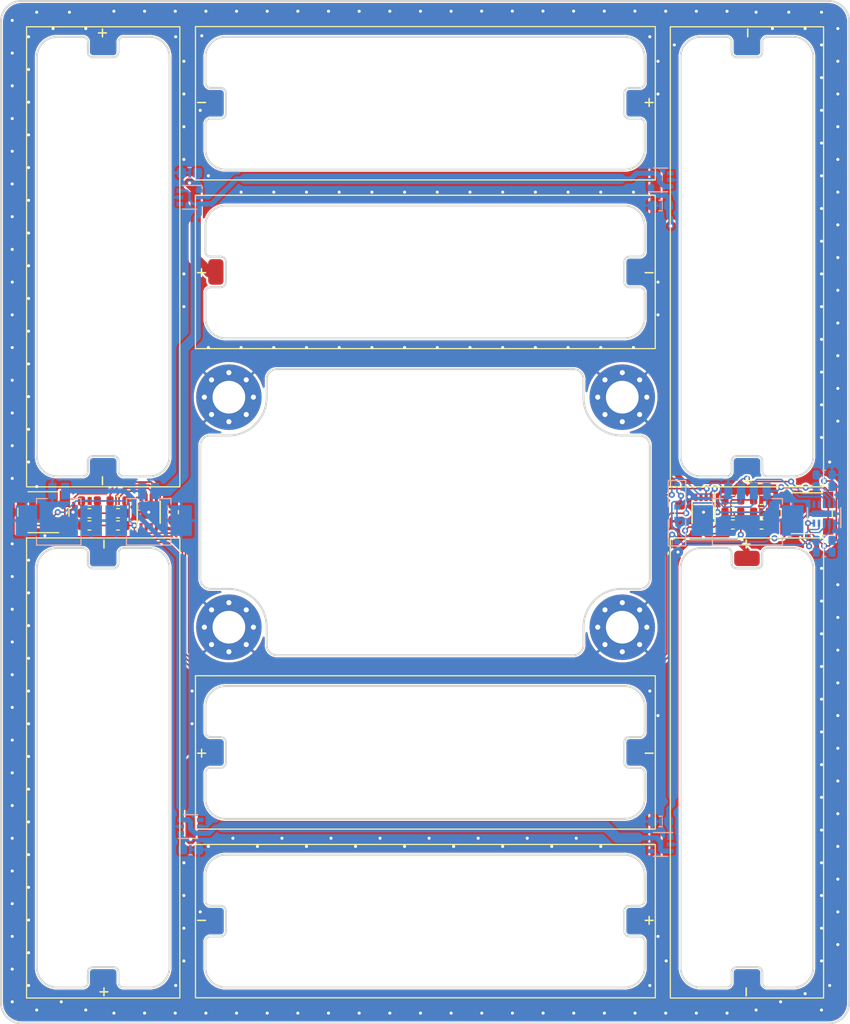
<source format=kicad_pcb>
(kicad_pcb (version 20210424) (generator pcbnew)

  (general
    (thickness 1.004)
  )

  (paper "A4")
  (title_block
    (title "BUTCube - Solar module XY")
    (date "2021-06-01")
    (rev "v1.0")
    (company "VUT")
    (comment 1 "Author: Petr Malaník")
  )

  (layers
    (0 "F.Cu" signal)
    (31 "B.Cu" signal)
    (34 "B.Paste" user)
    (35 "F.Paste" user)
    (36 "B.SilkS" user "B.Silkscreen")
    (37 "F.SilkS" user "F.Silkscreen")
    (38 "B.Mask" user)
    (39 "F.Mask" user)
    (40 "Dwgs.User" user "User.Drawings")
    (41 "Cmts.User" user "User.Comments")
    (42 "Eco1.User" user "User.Eco1")
    (43 "Eco2.User" user "User.Eco2")
    (44 "Edge.Cuts" user)
    (45 "Margin" user)
    (46 "B.CrtYd" user "B.Courtyard")
    (47 "F.CrtYd" user "F.Courtyard")
    (48 "B.Fab" user)
    (49 "F.Fab" user)
    (50 "User.1" user)
    (51 "User.2" user)
  )

  (setup
    (stackup
      (layer "F.SilkS" (type "Top Silk Screen"))
      (layer "F.Paste" (type "Top Solder Paste"))
      (layer "F.Mask" (type "Top Solder Mask") (color "Blue") (thickness 0.01))
      (layer "F.Cu" (type "copper") (thickness 0.017))
      (layer "dielectric 1" (type "core") (thickness 0.95) (material "FR4") (epsilon_r 4.5) (loss_tangent 0.02))
      (layer "B.Cu" (type "copper") (thickness 0.017))
      (layer "B.Mask" (type "Bottom Solder Mask") (color "Blue") (thickness 0.01))
      (layer "B.Paste" (type "Bottom Solder Paste"))
      (layer "B.SilkS" (type "Bottom Silk Screen"))
      (copper_finish "ENIG")
      (dielectric_constraints no)
    )
    (pad_to_mask_clearance 0)
    (pcbplotparams
      (layerselection 0x00010fc_ffffffff)
      (disableapertmacros false)
      (usegerberextensions false)
      (usegerberattributes true)
      (usegerberadvancedattributes true)
      (creategerberjobfile true)
      (svguseinch false)
      (svgprecision 6)
      (excludeedgelayer true)
      (plotframeref false)
      (viasonmask false)
      (mode 1)
      (useauxorigin false)
      (hpglpennumber 1)
      (hpglpenspeed 20)
      (hpglpendiameter 15.000000)
      (dxfpolygonmode true)
      (dxfimperialunits true)
      (dxfusepcbnewfont true)
      (psnegative false)
      (psa4output false)
      (plotreference true)
      (plotvalue true)
      (plotinvisibletext false)
      (sketchpadsonfab false)
      (subtractmaskfromsilk false)
      (outputformat 1)
      (mirror false)
      (drillshape 1)
      (scaleselection 1)
      (outputdirectory "")
    )
  )

  (net 0 "")
  (net 1 "Net-(C1-Pad1)")
  (net 2 "Net-(C2-Pad1)")
  (net 3 "Net-(C3-Pad1)")
  (net 4 "Net-(C4-Pad1)")
  (net 5 "Net-(SC1-Pad2)")
  (net 6 "Net-(SC3-Pad2)")
  (net 7 "VCC")
  (net 8 "/SDA")
  (net 9 "/SCL")
  (net 10 "/Solar_unit_1/OUT")
  (net 11 "/Solar_unit_3/OUT")
  (net 12 "/PH_1")
  (net 13 "Net-(R2-Pad2)")
  (net 14 "Net-(R4-Pad2)")
  (net 15 "Net-(R6-Pad2)")
  (net 16 "/PH_2")
  (net 17 "Net-(R10-Pad1)")
  (net 18 "Net-(R11-Pad2)")
  (net 19 "Net-(R13-Pad2)")
  (net 20 "unconnected-(U1-Pad3)")
  (net 21 "unconnected-(U2-Pad3)")
  (net 22 "Net-(R15-Pad2)")
  (net 23 "unconnected-(U3-Pad6)")
  (net 24 "unconnected-(U3-Pad7)")
  (net 25 "Net-(SC5-Pad2)")
  (net 26 "Net-(SC7-Pad2)")
  (net 27 "GND")

  (footprint "TCY_passives:R_0603_1608Metric" (layer "F.Cu") (at 116.6 94.1 180))

  (footprint "Package_DFN_QFN:DFN-8-1EP_3x2mm_P0.5mm_EP1.3x1.5mm" (layer "F.Cu") (at 176.7 94 -90))

  (footprint "TCY_solar:SM141K04LV" (layer "F.Cu") (at 149.475 70.5))

  (footprint "TCY_smd_leds:VEMD5160X" (layer "F.Cu") (at 186.8 94.1 -90))

  (footprint "MountingHole:MountingHole_3.2mm_M3_Pad_Via" (layer "F.Cu") (at 168.75 82.75))

  (footprint "TCY_passives:R_0603_1608Metric" (layer "F.Cu") (at 179.575 94))

  (footprint "TCY_solar:SM141K04LV" (layer "F.Cu") (at 117.95 119.019999 90))

  (footprint "TCY_passives:R_0603_1608Metric" (layer "F.Cu") (at 179.575 92.8))

  (footprint "TCY_solar:SM141K04LV" (layer "F.Cu") (at 149.480001 54 180))

  (footprint "MountingHole:MountingHole_3.2mm_M3_Pad_Via" (layer "F.Cu") (at 130.25 105.25))

  (footprint "TCY_passives:R_0603_1608Metric" (layer "F.Cu") (at 116.6 92.9 180))

  (footprint "TCY_passives:R_0603_1608Metric" (layer "F.Cu") (at 119.4 92.9 180))

  (footprint "TCY_passives:R_0603_1608Metric" (layer "F.Cu") (at 182.375 92.8))

  (footprint "TCY_passives:R_0603_1608Metric" (layer "F.Cu") (at 182.375 95.2))

  (footprint "Resistor_SMD:R_0603_1608Metric" (layer "F.Cu") (at 174.4 94.1 -90))

  (footprint "TCY_passives:R_0603_1608Metric" (layer "F.Cu") (at 119.4 94.1 180))

  (footprint "TCY_solar:SM141K04LV" (layer "F.Cu") (at 117.95 69.019999 -90))

  (footprint "TCY_passives:R_0603_1608Metric" (layer "F.Cu") (at 116.6 95.3 180))

  (footprint "TCY_passives:R_0603_1608Metric" (layer "F.Cu") (at 119.4 95.3 180))

  (footprint "TCY_solar:SM141K04LV" (layer "F.Cu") (at 149.480001 117.5))

  (footprint "TCY_solar:SM141K04LV" (layer "F.Cu") (at 149.480001 134 180))

  (footprint "Package_DFN_QFN:DFN-8-1EP_3x2mm_P0.5mm_EP1.3x1.5mm" (layer "F.Cu") (at 122.4 94 90))

  (footprint "TCY_solar:SM141K04LV" (layer "F.Cu") (at 180.95 69.019999 90))

  (footprint "MountingHole:MountingHole_3.2mm_M3_Pad_Via" (layer "F.Cu") (at 168.75 105.25))

  (footprint "TCY_solar:SM141K04LV" (layer "F.Cu") (at 180.95 119.019999 -90))

  (footprint "MountingHole:MountingHole_3.2mm_M3_Pad_Via" (layer "F.Cu") (at 130.25 82.75))

  (footprint "TCY_passives:R_0603_1608Metric" (layer "F.Cu") (at 182.375 94))

  (footprint "TCY_smd_leds:VEMD5160X" (layer "F.Cu") (at 112.1 94 90))

  (footprint "Resistor_SMD:R_0603_1608Metric" (layer "F.Cu") (at 124.8 94 -90))

  (footprint "TCY_passives:R_0603_1608Metric" (layer "F.Cu") (at 179.575 95.2))

  (footprint "TCY_connectors:Amphenol_10114830-11102LF_1x02_P1.25mm_Horizontal" (layer "B.Cu") (at 113.6 92.72 180))

  (footprint "TCY_passives:C_0603_1608Metric" (layer "B.Cu") (at 188.5 96.75))

  (footprint "Package_TO_SOT_SMD:SOT-363_SC-70-6" (layer "B.Cu") (at 172.5 126.5 180))

  (footprint "Capacitor_SMD:C_0603_1608Metric" (layer "B.Cu") (at 172.5 64 180))

  (footprint "Package_TO_SOT_SMD:SOT-363_SC-70-6" (layer "B.Cu") (at 126.5 124.75))

  (footprint "Diode_SMD:D_SOD-323F" (layer "B.Cu") (at 174.1 95.8 90))

  (footprint "Capacitor_SMD:C_0603_1608Metric" (layer "B.Cu") (at 126.4 60.8 180))

  (footprint "Capacitor_SMD:C_0603_1608Metric" (layer "B.Cu") (at 126.5 127))

  (footprint "Package_TO_SOT_SMD:SOT-363_SC-70-6" (layer "B.Cu") (at 172.5 61.5))

  (footprint "TCY_passives:R_0603_1608Metric" (layer "B.Cu") (at 188.5 90.35))

  (footprint "Capacitor_SMD:C_0603_1608Metric" (layer "B.Cu") (at 172.5 124.25 180))

  (footprint "TCY_passives:R_0603_1608Metric" (layer "B.Cu") (at 188.5 97.9))

  (footprint "TCY_passives:C_0603_1608Metric" (layer "B.Cu") (at 188.5 91.5))

  (footprint "TCY_connectors:Amphenol_10114830-11102LF_1x02_P1.25mm_Horizontal" (layer "B.Cu") (at 122.4 92.72 180))

  (footprint "Package_DFN_QFN:DFN-10-1EP_2x3mm_P0.5mm_EP0.64x2.4mm" (layer "B.Cu") (at 188.5 94.15 90))

  (footprint "Diode_SMD:D_SOD-323F" (layer "B.Cu") (at 174.1 92.4 -90))

  (footprint "TCY_connectors:Amphenol_10114830-11103LF_1x04_P1.25mm_Horizontal" (layer "B.Cu") (at 181 94.97 180))

  (footprint "Package_TO_SOT_SMD:SOT-363_SC-70-6" (layer "B.Cu") (at 126.4 63.2 180))

  (gr_arc (start 185.45 49.500001) (end 187.45 49.500001) (angle -90) (layer "Edge.Cuts") (width 0.2) (tstamp 02fd28df-f37a-4553-b7a5-7cdbdc55e118))
  (gr_arc (start 185.45 99.5) (end 187.45 99.5) (angle -90) (layer "Edge.Cuts") (width 0.2) (tstamp 04792f9e-1520-4b9d-af73-5d2b39764dcd))
  (gr_arc (start 181.95 99) (end 181.95 99.500001) (angle -90) (layer "Edge.Cuts") (width 0.2) (tstamp 057c1add-104a-4a55-a56b-40801bf3b052))
  (gr_line (start 127.950001 115.500001) (end 127.950001 113.000001) (layer "Edge.Cuts") (width 0.2) (tstamp 05fedc24-de42-4101-b3a2-32c81fecf786))
  (gr_arc (start 115.95 140.000001) (end 115.95 140.500001) (angle -90) (layer "Edge.Cuts") (width 0.2) (tstamp 068b7777-c54f-41d8-a964-2f6b8ebc07fe))
  (gr_arc (start 129.450001 116.500001) (end 129.950001 116.500001) (angle -90) (layer "Edge.Cuts") (width 0.2) (tstamp 06cd484b-e52d-4371-bd5a-280706c8e6a4))
  (gr_line (start 118.95 49.500001) (end 116.95 49.500001) (layer "Edge.Cuts") (width 0.2) (tstamp 087857c5-6b30-4df8-8007-710b829a6832))
  (gr_line (start 129.950001 133.000001) (end 129.950001 135.000001) (layer "Edge.Cuts") (width 0.2) (tstamp 088d7daa-cc8d-4fd8-9aa9-12bb905b0dc6))
  (gr_line (start 116.45 99) (end 116.45 98.000001) (layer "Edge.Cuts") (width 0.2) (tstamp 09c36c44-15fc-4af7-8d71-dd1ff07b603d))
  (gr_arc (start 185.45 138.500001) (end 185.449999 140.500001) (angle -90) (layer "Edge.Cuts") (width 0.2) (tstamp 0a60d8da-a40b-4646-bfdf-f5b9a275e81e))
  (gr_arc (start 169.45 71.500001) (end 168.95 71.500001) (angle -90) (layer "Edge.Cuts") (width 0.2) (tstamp 0b84a6f9-4752-42ea-815d-62cc5fc41feb))
  (gr_line (start 116.45 139.000001) (end 116.45 140.000001) (layer "Edge.Cuts") (width 0.2) (tstamp 0c900f8c-2d96-4607-941d-cb73db80e439))
  (gr_arc (start 163.95 81.000002) (end 164.95 81.000002) (angle -90) (layer "Edge.Cuts") (width 0.2) (tstamp 0de9e0cb-4922-44b0-a5c5-3505f439fbf7))
  (gr_arc (start 168.95 49.500001) (end 170.95 49.500001) (angle -90) (layer "Edge.Cuts") (width 0.2) (tstamp 0ff09f9c-dd92-4514-9029-ab95a69e78ca))
  (gr_line (start 130.2 101.500001) (end 128.45 101.500001) (layer "Edge.Cuts") (width 0.2) (tstamp 1015b18b-ba2c-4325-aabd-937839acb938))
  (gr_arc (start 168.95 129.500001) (end 170.95 129.500001) (angle -90) (layer "Edge.Cuts") (width 0.2) (tstamp 1115bb20-fa86-472b-9634-838fd72b4dc2))
  (gr_arc (start 170.45 72.500001) (end 170.95 72.500001) (angle -90) (layer "Edge.Cuts") (width 0.2) (tstamp 11406a0b-a194-4c64-aee2-5725f56c6367))
  (gr_line (start 168.95 127.500001) (end 129.95 127.500001) (layer "Edge.Cuts") (width 0.2) (tstamp 16d32656-a535-4ca1-a698-fb0b7bd8c175))
  (gr_line (start 129.450001 52.500002) (end 128.450001 52.500002) (layer "Edge.Cuts") (width 0.2) (tstamp 1764f411-00bf-4058-a6c5-237b02f0b980))
  (gr_arc (start 169.45 133) (end 169.45 132.5) (angle -90) (layer "Edge.Cuts") (width 0.2) (tstamp 176ec522-ecd0-484a-9ee5-13f17db7041e))
  (gr_line (start 116.95 138.500001) (end 118.95 138.500001) (layer "Edge.Cuts") (width 0.2) (tstamp 17dbb318-f415-4eeb-9939-a58845d246f0))
  (gr_arc (start 179.949999 49.000001) (end 179.449999 49.000001) (angle -90) (layer "Edge.Cuts") (width 0.2) (tstamp 19c82bf9-832f-41dc-9363-64ec5d7ca397))
  (gr_line (start 170.95 72.500001) (end 170.95 75.000001) (layer "Edge.Cuts") (width 0.2) (tstamp 1a85c2de-d9b4-44ed-b7ab-42b411394e8a))
  (gr_line (start 169.45 72.000001) (end 170.45 72.000001) (layer "Edge.Cuts") (width 0.2) (tstamp 1ae2ee33-b610-4a2d-bf12-fcab2a2d2db8))
  (gr_line (start 182.95 140.500001) (end 185.45 140.500001) (layer "Edge.Cuts") (width 0.2) (tstamp 1cc7908b-9c34-4f92-ab51-23914be8ceea))
  (gr_arc (start 168.95 122.000001) (end 168.95 124.000001) (angle -90) (layer "Edge.Cuts") (width 0.2) (tstamp 1d60ec8b-e4c3-4538-8cfb-92e637677d4b))
  (gr_arc (start 178.95 98.000001) (end 179.45 98.000001) (angle -90) (layer "Edge.Cuts") (width 0.2) (tstamp 200ea47c-c5fd-4db3-8b8b-2b38eaab8b18))
  (gr_arc (start 118.95 89.000001) (end 119.45 89.000001) (angle -90) (layer "Edge.Cuts") (width 0.2) (tstamp 20407672-6076-4d42-b3ac-5e3262eaf09a))
  (gr_arc (start 176.45 88.500002) (end 174.45 88.500002) (angle -90) (layer "Edge.Cuts") (width 0.2) (tstamp 20942e9d-198c-4e1c-a76d-53d121b8efdc))
  (gr_line (start 178.95 47.500001) (end 176.45 47.500001) (layer "Edge.Cuts") (width 0.2) (tstamp 2099de76-5324-414f-b12f-26432a995d83))
  (gr_arc (start 170.45 68.500001) (end 170.45 69.000001) (angle -90) (layer "Edge.Cuts") (width 0.2) (tstamp 2204ceb9-0b66-45b1-afe8-2802f1843daf))
  (gr_arc (start 122.45 99.5) (end 124.45 99.5) (angle -90) (layer "Edge.Cuts") (width 0.2) (tstamp 2488f897-27dc-4d83-b0f1-40de367e0e63))
  (gr_line (start 169.45 52.500002) (end 170.45 52.500002) (layer "Edge.Cuts") (width 0.2) (tstamp 25b6aff7-0040-4cd5-95fa-21ceb6a3bf8e))
  (gr_arc (start 181.95 139.000001) (end 182.45 139.000001) (angle -90) (layer "Edge.Cuts") (width 0.2) (tstamp 26420053-e8ba-4265-bba2-21f505857217))
  (gr_arc (start 170.45 56.000002) (end 170.95 56.000002) (angle -90) (layer "Edge.Cuts") (width 0.2) (tstamp 2778819d-bf2b-4db2-b851-ad21434ab530))
  (gr_arc (start 119.95 140.000001) (end 119.45 140.000001) (angle -90) (layer "Edge.Cuts") (width 0.2) (tstamp 28eff093-6513-4415-9807-a3f82e9be250))
  (gr_line (start 179.45 89.000001) (end 179.45 90.000001) (layer "Edge.Cuts") (width 0.2) (tstamp 291fb24a-ead3-4fe7-b7a0-069917b6ef25))
  (gr_arc (start 115.95 90.000001) (end 115.95 90.500001) (angle -90) (layer "Edge.Cuts") (width 0.2) (tstamp 2a37c86e-f0e2-4b48-b17a-87dd11981829))
  (gr_arc (start 168.95 113.000001) (end 170.95 113.000001) (angle -90) (layer "Edge.Cuts") (width 0.2) (tstamp 2c2d42df-c623-48c4-8b2b-5ce1ddcda0f7))
  (gr_arc (start 129.95 129.500001) (end 129.95 127.500001) (angle -90) (layer "Edge.Cuts") (width 0.2) (tstamp 2e6a0af4-5eb5-416e-9dc9-1cde5ce532b8))
  (gr_arc (start 170.45 136.000001) (end 170.95 136.000001) (angle -90) (layer "Edge.Cuts") (width 0.2) (tstamp 30af23b0-2528-4a23-b0da-bda3f8ae5fbf))
  (gr_arc (start 169.45 53.000002) (end 169.45 52.500002) (angle -90) (layer "Edge.Cuts") (width 0.2) (tstamp 32f769a9-8e15-42a4-8c22-22efacb665e0))
  (gr_arc (start 169.45 69.500001) (end 169.45 69.000001) (angle -90) (layer "Edge.Cuts") (width 0.2) (tstamp 3344bf14-96fc-45d8-b8ac-ca9f6971c34c))
  (gr_arc (start 129.450001 69.500001) (end 129.950001 69.500001) (angle -90) (layer "Edge.Cuts") (width 0.2) (tstamp 33ca28d4-543f-41b2-8ae4-97f66b9b62f0))
  (gr_arc (start 182.95 90.000001) (end 182.45 90.000001) (angle -90) (layer "Edge.Cuts") (width 0.2) (tstamp 3466449a-7c72-4594-a0fe-7da5f88bc18f))
  (gr_arc (start 134.95 107.000001) (end 133.95 107.000001) (angle -90) (layer "Edge.Cuts") (width 0.2) (tstamp 36d73420-baa8-4675-8fdd-4ab03a5e1b96))
  (gr_arc (start 128.450001 72.500001) (end 128.450001 72.000001) (angle -90) (layer "Edge.Cuts") (width 0.2) (tstamp 37b166e3-e714-4dcf-aa51-da63b5f0f651))
  (gr_line (start 129.95 124.000001) (end 168.95 124.000001) (layer "Edge.Cuts") (width 0.2) (tstamp 3854931f-060a-406b-8690-1b0fd9e98f17))
  (gr_arc (start 178.95 140.000001) (end 178.95 140.500001) (angle -90) (layer "Edge.Cuts") (width 0.2) (tstamp 3855035e-d5d1-40b3-8814-9afd3fcea59b))
  (gr_line (start 169.45 135.500001) (end 170.45 135.500001) (layer "Edge.Cuts") (width 0.2) (tstamp 3b03be7d-cadd-46d7-8140-47d932ff66b5))
  (gr_arc (start 170.45 100.500001) (end 170.45 101.500001) (angle -90) (layer "Edge.Cuts") (width 0.2) (tstamp 3c084481-7678-4852-a7a9-ef45ecfba1bb))
  (gr_line (start 111.45 49.500001) (end 111.45 88.500002) (layer "Edge.Cuts") (width 0.2) (tstamp 3d36a243-0383-415d-b4d3-fee5709976f6))
  (gr_line (start 119.45 99) (end 119.45 98.000001) (layer "Edge.Cuts") (width 0.2) (tstamp 3ebabbbc-ad6a-41bf-8786-1c094c54177d))
  (gr_line (start 169.45 119.000001) (end 170.45 119.000001) (layer "Edge.Cuts") (width 0.2) (tstamp 3fb39dbf-163c-4364-b7ad-518d472c51bb))
  (gr_line (start 115.95 90.500001) (end 113.45 90.500001) (layer "Edge.Cuts") (width 0.2) (tstamp 3fcc7f22-1b86-4ec5-bf85-c9257721979f))
  (gr_line (start 170.95 132.000001) (end 170.95 129.500001) (layer "Edge.Cuts") (width 0.2) (tstamp 40b868ea-9917-4a58-b7cf-41a00dc5459e))
  (gr_line (start 115.95 97.500001) (end 113.45 97.500001) (layer "Edge.Cuts") (width 0.2) (tstamp 40e5e106-fa10-453b-93de-e18619fb50db))
  (gr_arc (start 129.95 113.000001) (end 129.95 111.000001) (angle -90) (layer "Edge.Cuts") (width 0.2) (tstamp 42997778-d21a-4685-b69e-94e2aa59164e))
  (gr_line (start 188.95 44.000002) (end 109.95 44.000002) (layer "Edge.Cuts") (width 0.2) (tstamp 42ace664-8f17-4094-b1fd-878ebff58f1f))
  (gr_arc (start 169.45 118.500001) (end 168.95 118.500001) (angle -90) (layer "Edge.Cuts") (width 0.2) (tstamp 4328b7b2-bfd8-4eee-8c04-33c6119c8c7a))
  (gr_arc (start 188.95 142) (end 188.95 144) (angle -90) (layer "Edge.Cuts") (width 0.2) (tstamp 43f9b419-c656-4851-a51c-94884e9df7b4))
  (gr_arc (start 113.45 88.500002) (end 111.45 88.500002) (angle -90) (layer "Edge.Cuts") (width 0.2) (tstamp 457966ac-8523-4a27-8b38-4de7b7447089))
  (gr_line (start 129.950001 116.500001) (end 129.950001 118.500001) (layer "Edge.Cuts") (width 0.2) (tstamp 4625890b-5085-4958-8267-fd99f761240a))
  (gr_line (start 163.95 108.000001) (end 134.95 108.000001) (layer "Edge.Cuts") (width 0.2) (tstamp 467697ea-3f2a-4e44-96df-9e96a0b9cd26))
  (gr_line (start 182.95 97.500001) (end 185.45 97.500001) (layer "Edge.Cuts") (width 0.2) (tstamp 46c10385-447c-4cac-b48c-54b612d05156))
  (gr_arc (start 116.95 139.000001) (end 116.950001 138.500001) (angle -90) (layer "Edge.Cuts") (width 0.2) (tstamp 474586ff-b199-44db-bb96-bf433e305ce5))
  (gr_line (start 182.45 99) (end 182.45 98.000001) (layer "Edge.Cuts") (width 0.2) (tstamp 47900a04-492b-416f-92d7-60e7ba980e4d))
  (gr_line (start 181.95 99.500001) (end 179.95 99.500001) (layer "Edge.Cuts") (width 0.2) (tstamp 4c0053b7-702b-4d3e-b38a-729871a44b98))
  (gr_arc (start 168.95 58.500002) (end 168.95 60.500002) (angle -90) (layer "Edge.Cuts") (width 0.2) (tstamp 4c1c115b-4a86-4563-8193-8e8bb21404e9))
  (gr_line (start 169.45 55.500002) (end 170.45 55.500002) (layer "Edge.Cuts") (width 0.2) (tstamp 4cf9c067-4351-4d91-8245-9a71e71a1579))
  (gr_arc (start 129.450001 53.000001) (end 129.950001 53.000001) (angle -90) (layer "Edge.Cuts") (width 0.2) (tstamp 4d98bf42-d9a8-4c80-a12f-ffae2e2449b2))
  (gr_line (start 174.45 99.5) (end 174.45 138.500001) (layer "Edge.Cuts") (width 0.2) (tstamp 50a0e4e5-ec24-4bc9-a19d-a5cbd346abf9))
  (gr_arc (start 129.450001 135.000001) (end 129.450001 135.500001) (angle -90) (layer "Edge.Cuts") (width 0.2) (tstamp 512ce996-2eeb-43b3-8b2a-179872448ff2))
  (gr_arc (start 179.95 99.000001) (end 179.45 99.000001) (angle -90) (layer "Edge.Cuts") (width 0.2) (tstamp 5184b9b1-2d1e-402f-8a13-ecf332cb8924))
  (gr_line (start 178.95 90.500001) (end 176.45 90.500001) (layer "Edge.Cuts") (width 0.2) (tstamp 51b42015-463f-4b15-af42-2fe98c6fdf4d))
  (gr_arc (start 168.7 105.250001) (end 168.7 101.500001) (angle -90) (layer "Edge.Cuts") (width 0.2) (tstamp 54daa8cd-f74b-4475-ae6b-ef22e989e4ea))
  (gr_arc (start 122.45 49.500001) (end 124.45 49.500001) (angle -90) (layer "Edge.Cuts") (width 0.2) (tstamp 54f0cb31-0ea0-4bdf-80fc-b2252198c0ab))
  (gr_line (start 127.950001 136.000001) (end 127.950001 138.500001) (layer "Edge.Cuts") (width 0.2) (tstamp 550841ff-78be-41bf-9279-62e524c022c9))
  (gr_line (start 178.95 140.500001) (end 176.45 140.500001) (layer "Edge.Cuts") (width 0.2) (tstamp 56756683-07d5-431e-a9fa-51e07c3ec2d5))
  (gr_arc (start 182.95 140.000001) (end 182.45 140.000001) (angle -90) (layer "Edge.Cuts") (width 0.2) (tstamp 596572bd-60f6-451a-944e-670349b19c64))
  (gr_arc (start 170.449999 87.500002) (end 171.449999 87.500002) (angle -90) (layer "Edge.Cuts") (width 0.2) (tstamp 59aaab31-cdf7-4896-946a-bda458d71d16))
  (gr_arc (start 129.950001 138.500001) (end 127.95 138.500001) (angle -90) (layer "Edge.Cuts") (width 0.2) (tstamp 5d5d867a-077e-4589-b79e-5d65489eea05))
  (gr_line (start 182.95 90.500001) (end 185.45 90.500001) (layer "Edge.Cuts") (width 0.2) (tstamp 5d7b1953-d6b5-497c-89e0-be3b5fdc6c37))
  (gr_arc (start 170.45 115.500001) (end 170.45 116.000001) (angle -90) (layer "Edge.Cuts") (width 0.2) (tstamp 6029fe31-ff48-4315-96aa-62af68b7bbd1))
  (gr_line (start 168.95 118.500001) (end 168.95 116.500001) (layer "Edge.Cuts") (width 0.2) (tstamp 6407163e-2b74-4dcd-b560-7eaccb7b6c4e))
  (gr_line (start 164.95 107) (end 164.95 105.250001) (layer "Edge.Cuts") (width 0.2) (tstamp 641b41f7-9d92-4cff-9f38-51bf3979fb42))
  (gr_line (start 129.450001 116.000001) (end 128.450001 116.000001) (layer "Edge.Cuts") (width 0.2) (tstamp 64cc52e3-e8be-4ee8-bc3b-8393589676ad))
  (gr_line (start 119.450001 89.000002) (end 119.450001 90.000001) (layer "Edge.Cuts") (width 0.2) (tstamp 664273c2-30d0-46d6-adfb-19108021f958))
  (gr_arc (start 134.95 81.000002) (end 134.95 80.000002) (angle -90) (layer "Edge.Cuts") (width 0.2) (tstamp 666bd15f-e412-49ec-8609-dbdcf15feaa8))
  (gr_line (start 115.95 47.500001) (end 113.45 47.500001) (layer "Edge.Cuts") (width 0.2) (tstamp 681ae55a-b047-40ab-bcd9-f288f5b38c7e))
  (gr_arc (start 170.45 52.000001) (end 170.45 52.500002) (angle -90) (layer "Edge.Cuts") (width 0.2) (tstamp 69cad448-7621-4388-b02d-b955a55b78ac))
  (gr_line (start 129.950001 69.500001) (end 129.950001 71.500001) (layer "Edge.Cuts") (width 0.2) (tstamp 6a8719f1-16f3-489e-bc1e-fee03537978d))
  (gr_arc (start 119.95 48.000001) (end 119.95 47.500001) (angle -90) (layer "Edge.Cuts") (width 0.2) (tstamp 6b750a59-e7a9-4abc-8c08-f033d3fe9366))
  (gr_arc (start 176.45 138.500001) (end 174.45 138.500001) (angle -90) (layer "Edge.Cuts") (width 0.2) (tstamp 708f301e-b6dd-4465-b89c-73a29f56fec4))
  (gr_arc (start 178.95 48.000001) (end 179.45 48.000001) (angle -90) (layer "Edge.Cuts") (width 0.2) (tstamp 735eb0af-439b-4cea-b44a-d2a70110d10f))
  (gr_line (start 168.95 111) (end 129.95 111.000001) (layer "Edge.Cuts") (width 0.2) (tstamp 73ea7d1a-e8b7-471b-b32d-15e6ba22e4af))
  (gr_line (start 178.95 97.500001) (end 176.45 97.500001) (layer "Edge.Cuts") (width 0.2) (tstamp 742fc986-86b0-4707-a302-57185abc5b63))
  (gr_line (start 168.95 64.000001) (end 129.95 64.000001) (layer "Edge.Cuts") (width 0.2) (tstamp 74e011b2-2128-48c6-a66c-dacc779ec4f3))
  (gr_arc (start 109.95 46.000002) (end 109.95 44.000002) (angle -90) (layer "Edge.Cuts") (width 0.2) (tstamp 74e80894-178e-47c2-addb-76c92fe60d91))
  (gr_line (start 119.95 140.500001) (end 122.45 140.500001) (layer "Edge.Cuts") (width 0.2) (tstamp 75729d9d-b15a-428d-b7ee-3dddd73f914c))
  (gr_line (start 169.45 69.000001) (end 170.45 69.000001) (layer "Edge.Cuts") (width 0.2) (tstamp 76d0e73c-b7fb-4491-b9af-733492f4e7a2))
  (gr_line (start 129.450001 69.000001) (end 128.450001 69.000001) (layer "Edge.Cuts") (width 0.2) (tstamp 76e2cf84-68f8-4c7e-a43a-6fdeaed82c22))
  (gr_arc (start 129.95 66.000001) (end 129.95 64.000001) (angle -90) (layer "Edge.Cuts") (width 0.2) (tstamp 77b7fcfb-e64c-4881-aebf-2910a1a6858c))
  (gr_line (start 124.45 88.500002) (end 124.45 49.500001) (layer "Edge.Cuts") (width 0.2) (tstamp 77f71919-8b4d-4a09-a259-f971e7e13650))
  (gr_arc (start 168.95 138.500001) (end 168.95 140.500001) (angle -90) (layer "Edge.Cuts") (width 0.2) (tstamp 782be7bb-0ed2-4354-b62b-9de056c3c816))
  (gr_line (start 129.450001 132.500001) (end 128.450001 132.500001) (layer "Edge.Cuts") (width 0.2) (tstamp 78e8a562-84b2-4aa6-88f1-0ee5d87f6966))
  (gr_line (start 169.45 132.500001) (end 170.45 132.500001) (layer "Edge.Cuts") (width 0.2) (tstamp 79a3d936-73c9-4068-a7db-4b757ee9db23))
  (gr_line (start 170.95 136.000001) (end 170.95 138.500001) (layer "Edge.Cuts") (width 0.2) (tstamp 7aae5e46-dfed-4d70-954d-3998b7c6ad97))
  (gr_line (start 119.45 49.000001) (end 119.45 48.000001) (layer "Edge.Cuts") (width 0.2) (tstamp 7dffe1f5-ac00-48a6-a204-5c225b8ee6a0))
  (gr_arc (start 129.450001 118.500001) (end 129.450001 119.000001) (angle -90) (layer "Edge.Cuts") (width 0.2) (tstamp 7eb4fc7c-15e3-44fb-9a90-cdbfa5b2841f))
  (gr_arc (start 116.95 49.000001) (end 116.45 49.000001) (angle -90) (layer "Edge.Cuts") (width 0.2) (tstamp 7ed2f7de-17f9-4f2a-aee9-8663aa893ccc))
  (gr_arc (start 129.95 75.000001) (end 127.95 75.000001) (angle -90) (layer "Edge.Cuts") (width 0.2) (tstamp 7f071327-4882-4798-8773-bd8a66e79a70))
  (gr_line (start 190.95 142) (end 190.95 46.000002) (layer "Edge.Cuts") (width 0.2) (tstamp 8029247e-0301-4f7f-ba44-bcbfed4aab63))
  (gr_arc (start 181.95 89.000002) (end 182.45 89.000002) (angle -90) (layer "Edge.Cuts") (width 0.2) (tstamp 80cae36f-e694-48af-a93b-440d434896d1))
  (gr_line (start 127.950001 56.000002) (end 127.950001 58.500001) (layer "Edge.Cuts") (width 0.2) (tstamp 82b5fbe1-7079-43fd-904a-2146cd15e33f))
  (gr_arc (start 182.95 48.000001) (end 182.95 47.500001) (angle -90) (layer "Edge.Cuts") (width 0.2) (tstamp 852154ee-e9e8-49d1-81c4-732e1b9efce9))
  (gr_line (start 182.45 89.000002) (end 182.45 90.000001) (layer "Edge.Cuts") (width 0.2) (tstamp 8744840a-60c8-4960-a35b-6d9ec4cf21a7))
  (gr_arc (start 118.95 99.000001) (end 118.95 99.500001) (angle -90) (layer "Edge.Cuts") (width 0.2) (tstamp 87d59e46-4bd9-4a6e-b283-e5fa9d10a860))
  (gr_line (start 133.95 81.000002) (end 133.95 82.750002) (layer "Edge.Cuts") (width 0.2) (tstamp 8857dabb-1263-4bc4-b105-3d19d4807f58))
  (gr_line (start 109.95 144) (end 188.95 144) (layer "Edge.Cuts") (width 0.2) (tstamp 8871945a-ad76-443d-ad24-9865b5838656))
  (gr_arc (start 109.95 142) (end 107.95 142) (angle -90) (layer "Edge.Cuts") (width 0.2) (tstamp 889df7a2-2c31-4945-b769-3cc3392a1430))
  (gr_line (start 182.45 49.000001) (end 182.45 48.000001) (layer "Edge.Cuts") (width 0.2) (tstamp 88a11b1d-dbc7-4a09-9005-f51d2e6086c0))
  (gr_arc (start 130.200001 105.250001) (end 133.950001 105.250001) (angle -90) (layer "Edge.Cuts") (width 0.2) (tstamp 897aeebd-8745-4d09-bc9d-2f7d5de39394))
  (gr_arc (start 128.450001 52.000002) (end 127.950001 52.000002) (angle -90) (layer "Edge.Cuts") (width 0.2) (tstamp 89a770c0-a007-445d-bfb8-cb6eb5d0843b))
  (gr_arc (start 176.45 99.5) (end 176.45 97.5) (angle -90) (layer "Edge.Cuts") (width 0.2) (tstamp 8a00814c-621a-43c8-85c1-edf0431af0ee))
  (gr_line (start 168.7 101.500001) (end 170.45 101.500001) (layer "Edge.Cuts") (width 0.2) (tstamp 8a76e635-147a-47eb-b89e-a5c1190be725))
  (gr_line (start 119.95 97.500001) (end 122.45 97.500001) (layer "Edge.Cuts") (width 0.2) (tstamp 8c293c86-09b9-4190-bbe2-491c7c71ebc3))
  (gr_arc (start 128.45 87.500002) (end 128.45 86.500002) (angle -90) (layer "Edge.Cuts") (width 0.2) (tstamp 917066b8-42b6-4dbe-93a4-03f3a533c93b))
  (gr_arc (start 178.95 90.000001) (end 178.95 90.500001) (angle -90) (layer "Edge.Cuts") (width 0.2) (tstamp 920be5a4-f8a4-47db-be8d-4ab4b9dde01f))
  (gr_arc (start 170.45 119.500001) (end 170.95 119.500001) (angle -90) (layer "Edge.Cuts") (width 0.2) (tstamp 932dd08d-b453-4570-bdcb-41f3642afbac))
  (gr_arc (start 128.450001 119.500001) (end 128.450001 119) (angle -90) (layer "Edge.Cuts") (width 0.2) (tstamp 947c34b0-1339-46cf-b5f1-d850d29c8aab))
  (gr_line (start 127.45 87.500002) (end 127.45 100.500001) (layer "Edge.Cuts") (width 0.2) (tstamp 97dd2369-b1de-49b1-99b2-fa3443effaa2))
  (gr_line (start 127.950001 119.500001) (end 127.950001 122.000001) (layer "Edge.Cuts") (width 0.2) (tstamp 98daad9f-8ae6-4ef6-9592-f93e96070746))
  (gr_arc (start 128.450001 132.000001) (end 127.950001 132.000001) (angle -90) (layer "Edge.Cuts") (width 0.2) (tstamp 992ba1db-5923-4589-ae03-965bacc9003f))
  (gr_arc (start 128.450001 68.500001) (end 127.950001 68.500001) (angle -90) (layer "Edge.Cuts") (width 0.2) (tstamp 9a6b809c-6d91-4f22-92c8-52b529e801cb))
  (gr_arc (start 176.45 49.500001) (end 176.45 47.500001) (angle -90) (layer "Edge.Cuts") (width 0.2) (tstamp 9a8c6476-15c5-4bc2-b076-7b1c3c77371e))
  (gr_line (start 174.45 49.500001) (end 174.45 88.500002) (layer "Edge.Cuts") (width 0.2) (tstamp 9bbe931b-dd61-4f81-8fa6-1c445e61a5dc))
  (gr_line (start 129.450001 55.500002) (end 128.450001 55.500002) (layer "Edge.Cuts") (width 0.2) (tstamp 9f31c22e-0ac9-4cd9-9ec9-dc88e07e652b))
  (gr_line (start 170.95 115.500001) (end 170.95 113.000001) (layer "Edge.Cuts") (width 0.2) (tstamp 9fa4b302-2c67-4387-8794-bc4270b58c6f))
  (gr_line (start 179.95 138.500001) (end 181.95 138.500001) (layer "Edge.Cuts") (width 0.2) (tstamp a0a073b6-f752-412f-8497-7c02fe632023))
  (gr_line (start 187.45 138.500001) (end 187.45 99.5) (layer "Edge.Cuts") (width 0.2) (tstamp a1b4ce14-0761-489e-aea9-598fffb72937))
  (gr_line (start 118.95 99.5) (end 116.95 99.5) (layer "Edge.Cuts") (width 0.2) (tstamp a31b16fa-cee2-45b6-a31c-fdb58bed72b3))
  (gr_arc (start 179.95 89.000001) (end 179.95 88.500001) (angle -90) (layer "Edge.Cuts") (width 0.2) (tstamp a362a90d-8b64-4835-a486-159fa3c5db91))
  (gr_line (start 168.95 71.500001) (end 168.95 69.500001) (layer "Edge.Cuts") (width 0.2) (tstamp a47f3919-a7ed-4c9c-a7c0-e49cdca988a4))
  (gr_arc (start 185.45 88.500002) (end 185.45 90.500002) (angle -90) (layer "Edge.Cuts") (width 0.2) (tstamp a62534cb-e356-4290-8d1f-5ba7f7d7d173))
  (gr_line (start 130.2 86.500002) (end 128.45 86.500002) (layer "Edge.Cuts") (width 0.2) (tstamp a8dc7da6-5df8-42a4-b2cd-b1281cf3d0f0))
  (gr_line (start 133.95 107.000001) (end 133.95 105.250001) (layer "Edge.Cuts") (width 0.2) (tstamp a910dee8-0870-4310-a0d2-86648d7b69f7))
  (gr_line (start 129.95 140.500001) (end 168.95 140.500001) (layer "Edge.Cuts") (width 0.2) (tstamp aae1e4a3-8e02-4983-a2b8-2b86f3b26622))
  (gr_arc (start 129.95 49.500002) (end 129.95 47.500001) (angle -90) (layer "Edge.Cuts") (width 0.2) (tstamp ac810d39-b7fe-42c7-ba88-868a65732f53))
  (gr_line (start 129.95 60.500001) (end 168.95 60.500001) (layer "Edge.Cuts") (width 0.2) (tstamp af23d4a6-8670-4760-a119-5e2530d26af9))
  (gr_arc (start 119.95 98.000001) (end 119.95 97.5) (angle -90) (layer "Edge.Cuts") (width 0.2) (tstamp af2acadf-c2a8-44c1-a321-0b8c9559fd12))
  (gr_arc (start 116.95 89.000001) (end 116.95 88.500001) (angle -90) (layer "Edge.Cuts") (width 0.2) (tstamp afc80580-63d1-4326-b9f7-5acd5ec665d8))
  (gr_arc (start 188.95 46.000002) (end 190.95 46.000002) (angle -90) (layer "Edge.Cuts") (width 0.2) (tstamp b3ab7bd5-de20-4233-925b-917602773263))
  (gr_arc (start 170.45 132) (end 170.45 132.500001) (angle -90) (layer "Edge.Cuts") (width 0.2) (tstamp b6bd75d6-3508-4fce-905e-29f0060b92f4))
  (gr_arc (start 179.949999 139.000001) (end 179.95 138.500001) (angle -90) (layer "Edge.Cuts") (width 0.2) (tstamp b76f75c3-fd7c-4758-a238-74bc8575cf3b))
  (gr_arc (start 113.45 138.500001) (end 111.45 138.500001) (angle -90) (layer "Edge.Cuts") (width 0.2) (tstamp b8a1d2ac-cbde-411f-94d6-648cdbb9f65b))
  (gr_line (start 127.950001 68.500001) (end 127.950001 66.000001) (layer "Edge.Cuts") (width 0.2) (tstamp b8c2e7e4-14da-4a5e-b54b-171723be229c))
  (gr_line (start 107.95 46.000002) (end 107.95 142) (layer "Edge.Cuts") (width 0.2) (tstamp bf4d3a89-821e-4c78-874a-a358a57f830e))
  (gr_line (start 179.95 88.500002) (end 181.95 88.500002) (layer "Edge.Cuts") (width 0.2) (tstamp c157b1bf-f1c8-4cf0-802c-75f1b9d1dcd9))
  (gr_line (start 170.95 52.000002) (end 170.95 49.500001) (layer "Edge.Cuts") (width 0.2) (tstamp c38991c2-4ab1-4113-a511-8873ca89c478))
  (gr_line (start 170.95 119.500001) (end 170.95 122.000001) (layer "Edge.Cuts") (width 0.2) (tstamp c3e1ac6e-686e-491f-a775-d2c306be2791))
  (gr_arc (start 128.450001 100.500001) (end 127.450001 100.500001) (angle -90) (layer "Edge.Cuts") (width 0.2) (tstamp c3f700a0-20bc-4a01-abc8-52590ec87c31))
  (gr_arc (start 128.450001 115.500001) (end 127.950001 115.500001) (angle -90) (layer "Edge.Cuts") (width 0.2) (tstamp c5b83580-85f5-463b-9481-cb5feb8da2c7))
  (gr_line (start 116.95 88.500002) (end 118.95 88.500002) (layer "Edge.Cuts") (width 0.2) (tstamp c6f75eb3-90c1-4ea4-8211-ee36d74d5e75))
  (gr_arc (start 129.95 122.000001) (end 127.95 122) (angle -90) (layer "Edge.Cuts") (width 0.2) (tstamp c80caa73-4ea0-4303-99bb-165b7fd90bbf))
  (gr_arc (start 115.95 98.000001) (end 116.45 98.000001) (angle -90) (layer "Edge.Cuts") (width 0.2) (tstamp c92570e5-8657-4d54-af64-2d6ec0c06643))
  (gr_line (start 111.45 99.5) (end 111.45 138.500001) (layer "Edge.Cuts") (width 0.2) (tstamp c96142b7-478d-4b08-a318-56fc29c32a2e))
  (gr_line (start 119.95 90.500001) (end 122.45 90.500001) (layer "Edge.Cuts") (width 0.2) (tstamp c9c6e55a-e9f5-4f33-a3d9-6bea33ed461c))
  (gr_line (start 168.95 47.500001) (end 129.95 47.500001) (layer "Edge.Cuts") (width 0.2) (tstamp c9df1cd4-6eae-42e3-a3aa-8243cc2658b9))
  (gr_arc (start 122.45 138.500001) (end 122.45 140.500001) (angle -90) (layer "Edge.Cuts") (width 0.2) (tstamp ca6af224-0824-4eac-8385-56bb28bf948b))
  (gr_line (start 127.950001 132.000001) (end 127.950001 129.500001) (layer "Edge.Cuts") (width 0.2) (tstamp ccd5ce35-273d-44e7-b28a-10f70626f9fc))
  (gr_line (start 170.95 56.000002) (end 170.95 58.500001) (layer "Edge.Cuts") (width 0.2) (tstamp cd1725d5-b81f-420c-9036-744e1b8b69b5))
  (gr_line (start 116.45 49.000001) (end 116.45 48.000001) (layer "Edge.Cuts") (width 0.2) (tstamp cd9ce211-85bd-4997-b7fb-a2372d5a175f))
  (gr_arc (start 128.450001 136.000001) (end 128.450001 135.500001) (angle -90) (layer "Edge.Cuts") (width 0.2) (tstamp d22ff753-3eae-4805-9d49-b77b5aa6fbbb))
  (gr_arc (start 168.7 82.750002) (end 164.95 82.750002) (angle -90) (layer "Edge.Cuts") (width 0.2) (tstamp d5e756b1-8c79-4725-a783-815290ebc472))
  (gr_line (start 179.45 139.000001) (end 179.45 140.000001) (layer "Edge.Cuts") (width 0.2) (tstamp d72088a7-d838-4ab4-a5ad-b1d78fcca41e))
  (gr_arc (start 169.45 116.500001) (end 169.45 116.000001) (angle -90) (layer "Edge.Cuts") (width 0.2) (tstamp d726fdbc-cd73-4f1c-b1d3-3e24db04c9ff))
  (gr_line (start 119.95 47.500001) (end 122.45 47.500001) (layer "Edge.Cuts") (width 0.2) (tstamp d76e9da6-ba3f-49e6-9991-297706496a3e))
  (gr_line (start 127.950001 72.500001) (end 127.950001 75.000001) (layer "Edge.Cuts") (width 0.2) (tstamp d8647260-7586-459e-8e01-86ef19f41dc4))
  (gr_line (start 129.95 77.000001) (end 168.95 77.000001) (layer "Edge.Cuts") (width 0.2) (tstamp d8b4f8af-df6e-45b8-b3af-ef02a199ee8e))
  (gr_line (start 170.95 68.500001) (end 170.95 66.000001) (layer "Edge.Cuts") (width 0.2) (tstamp d903efc6-db8f-4a52-8f8f-4b80bd175b59))
  (gr_arc (start 168.95 75.000001) (end 168.95 77.000002) (angle -90) (layer "Edge.Cuts") (width 0.2) (tstamp dad61b19-5490-43ab-bb0e-764413c7b7e3))
  (gr_line (start 119.450001 139.000001) (end 119.450001 140.000001) (layer "Edge.Cuts") (width 0.2) (tstamp db381d79-765b-4bd4-9e13-51349f2b3dad))
  (gr_line (start 179.45 49.000001) (end 179.45 48.000001) (layer "Edge.Cuts") (width 0.2) (tstamp dba5e760-46c8-4ffe-9119-f593e4b9af4b))
  (gr_arc (start 130.2 82.750002) (end 130.2 86.500002) (angle -90) (layer "Edge.Cuts") (width 0.2) (tstamp dbd09501-9b4d-4cc0-81c3-c2bbea0a98a7))
  (gr_arc (start 129.95 58.500001) (end 127.95 58.500001) (angle -90) (layer "Edge.Cuts") (width 0.2) (tstamp dc0dcd70-9af9-43a6-90bf-7501aa4eabc3))
  (gr_arc (start 118.950001 49.000001) (end 118.95 49.500001) (angle -90) (layer "Edge.Cuts") (width 0.2) (tstamp dd2afa2f-d73d-41d3-9752-3409d781bf80))
  (gr_line (start 182.45 139.000001) (end 182.45 140.000001) (layer "Edge.Cuts") (width 0.2) (tstamp dee937e6-a93e-4b7f-b622-b7e72abe5bcb))
  (gr_line (start 129.450001 135.500001) (end 128.450001 135.500001) (layer "Edge.Cuts") (width 0.2) (tstamp deffecf1-2d6b-490d-b165-addad5ca696a))
  (gr_line (start 187.45 88.500002) (end 187.45 49.500001) (layer "Edge.Cuts") (width 0.2) (tstamp dfc9b2d1-5583-407e-9323-fab93803e77e))
  (gr_line (start 179.45 99.000001) (end 179.45 98.000001) (layer "Edge.Cuts") (width 0.2) (tstamp dfd07cac-98d2-4b82-8c4f-c1d0aac196ed))
  (gr_arc (start 169.45 135.000001) (end 168.95 135.000001) (angle -90) (layer "Edge.Cuts") (width 0.2) (tstamp e0858e8f-0ed3-4e21-b06d-83a11dfd6671))
  (gr_line (start 134.95 80.000002) (end 163.95 80.000002) (layer "Edge.Cuts") (width 0.2) (tstamp e086ad4e-0bd1-4e44-b08d-a67d65161884))
  (gr_arc (start 168.95 66.000001) (end 170.95 66.000001) (angle -90) (layer "Edge.Cuts") (width 0.2) (tstamp e0a01cc1-92e5-465f-b9e4-9abf9102deb7))
  (gr_arc (start 129.450001 71.500001) (end 129.450001 72.000002) (angle -90) (layer "Edge.Cuts") (width 0.2) (tstamp e0d8d89f-3278-4944-a6cf-0a1b5e2575b6))
  (gr_arc (start 181.95 49.000001) (end 181.949999 49.500001) (angle -90) (layer "Edge.Cuts") (width 0.2) (tstamp e1460c31-0172-4665-94c2-ea3e8bbec4ae))
  (gr_line (start 129.450001 72.000002) (end 128.450001 72.000002) (layer "Edge.Cuts") (width 0.2) (tstamp e17648f6-717b-44d6-ae9e-ea11d5adaa10))
  (gr_arc (start 163.95 107) (end 163.95 108) (angle -90) (layer "Edge.Cuts") (width 0.2) (tstamp e19de688-1133-4db1-88b9-8a593c16f7c7))
  (gr_arc (start 122.45 88.500002) (end 122.45 90.500002) (angle -90) (layer "Edge.Cuts") (width 0.2) (tstamp e20a8730-a90f-44d0-8738-cbb3420d0c97))
  (gr_line (start 129.450001 119.000001) (end 128.450001 119.000001) (layer "Edge.Cuts") (width 0.2) (tstamp e2b23b9b-7068-489d-892e-045e38274fc6))
  (gr_arc (start 128.450001 56.000002) (end 128.450001 55.500002) (angle -90) (layer "Edge.Cuts") (width 0.2) (tstamp e2bc1f91-524c-4c39-8d4b-301d4f798c19))
  (gr_arc (start 118.950001 139.000001) (end 119.450001 139.000001) (angle -90) (layer "Edge.Cuts") (width 0.2) (tstamp e3828d57-8577-4343-a856-1709490e6da1))
  (gr_arc (start 116.95 99) (end 116.45 99) (angle -90) (layer "Edge.Cuts") (width 0.2) (tstamp e44d02d3-679a-4708-b01e-7adee63ca73a))
  (gr_arc (start 129.450001 55.000002) (end 129.450001 55.500002) (angle -90) (layer "Edge.Cuts") (width 0.2) (tstamp e511ecbf-c88b-4fb1-ac49-de64237d3dbc))
  (gr_arc (start 115.95 48.000001) (end 116.45 48.000001) (angle -90) (layer "Edge.Cuts") (width 0.2) (tstamp e6128f7f-2623-4d20-a2fe-e8f8ec0836cb))
  (gr_line (start 116.45 89.000001) (end 116.45 90.000001) (layer "Edge.Cuts") (width 0.2) (tstamp e726c879-6b32-46ed-8f4f-b512ba4066ac))
  (gr_line (start 168.95 55.000002) (end 168.95 53.000002) (layer "Edge.Cuts") (width 0.2) (tstamp e7d1dc10-45cb-4f83-a721-d97d6c194314))
  (gr_line (start 168.95 135.000001) (end 168.95 133.000001) (layer "Edge.Cuts") (width 0.2) (tstamp e86fd210-0c19-4114-9678-ed2a5574ad3e))
  (gr_line (start 127.950001 52.000002) (end 127.950001 49.500002) (layer "Edge.Cuts") (width 0.2) (tstamp ea690750-401f-4357-9203-cde6d0271628))
  (gr_line (start 129.950001 53.000002) (end 129.950001 55.000002) (layer "Edge.Cuts") (width 0.2) (tstamp eb2c540c-8ef0-4288-8ff0-08bf1ad9ef7a))
  (gr_line (start 181.95 49.500001) (end 179.95 49.500001) (layer "Edge.Cuts") (width 0.2) (tstamp ec35e742-538a-4fe9-9347-40941b8e371a))
  (gr_line (start 169.45 116.000001) (end 170.45 116.000001) (layer "Edge.Cuts") (width 0.2) (tstamp ec76a7cf-f9f0-4abe-aaa6-d05f735b7ad7))
  (gr_line (start 168.7 86.500002) (end 170.449999 86.500002) (layer "Edge.Cuts") (width 0.2) (tstamp f1a896a0-fc6e-4d66-b05f-c321f5f3ebc8))
  (gr_line (start 164.95 81.000002) (end 164.95 82.750002) (layer "Edge.Cuts") (width 0.2) (tstamp f40e9203-1edf-4bce-b58f-76844450be44))
  (gr_arc (start 169.45 55.000002) (end 168.95 55.000001) (angle -90) (layer "Edge.Cuts") (width 0.2) (tstamp f526fe01-bd34-4268-831e-e4b685e29813))
  (gr_arc (start 119.95 90.000001) (end 119.45 90.000001) (angle -90) (layer "Edge.Cuts") (width 0.2) (tstamp f63c377d-a3e1-4a07-80dc-b718e4ead9f7))
  (gr_line (start 171.45 100.500001) (end 171.45 87.500002) (layer "Edge.Cuts") (width 0.2) (tstamp f74ad42d-9857-4b8e-96c6-ac20b16122fa))
  (gr_arc (start 182.95 98.000001) (end 182.95 97.5) (angle -90) (layer "Edge.Cuts") (width 0.2) (tstamp f9361ab1-9d18-4e5e-8dfe-065ba36bda47))
  (gr_arc (start 113.45 49.500001) (end 113.45 47.500001) (angle -90) (layer "Edge.Cuts") (width 0.2) (tstamp f988de13-f523-420c-939c-ec52f86eaacf))
  (gr_arc (start 113.45 99.5) (end 113.45 97.5) (angle -90) (layer "Edge.Cuts") (width 0.2) (tstamp f9a293a1-fe32-4f52-882e-a6d512ab7ccf))
  (gr_line (start 115.95 140.500001) (end 113.45 140.500001) (layer "Edge.Cuts") (width 0.2) (tstamp fdbf67b8-01ad-4dc2-8da3-931d2be3b594))
  (gr_line (start 182.95 47.500001) (end 185.45 47.500001) (layer "Edge.Cuts") (width 0.2) (tstamp fe0370e2-ba5f-4626-bb18-27471b733cc6))
  (gr_line (start 124.45 138.500001) (end 124.45 99.5) (layer "Edge.Cuts") (width 0.2) (tstamp fe13e6c2-587c-4ed0-8799-ac83e4859bf7))
  (gr_arc (start 129.450001 133.000001) (end 129.950001 133.000001) (angle -90) (layer "Edge.Cuts") (width 0.2) (tstamp ff897fcd-e232-4d18-bd1b-4528898e375c))

  (segment (start 179.45 91) (end 174.75 91) (width 0.5) (layer "F.Cu") (net 1) (tstamp 07bd49c5-741a-42dc-b466-a02f4df6e9eb))
  (segment (start 179.95 89.9) (end 179.95 90.5) (width 0.5) (layer "F.Cu") (net 1) (tstamp 4c4b7d0f-a4f2-4d70-86a7-21b2e93b0b04))
  (segment (start 174.75 91) (end 173.5 89.75) (width 0.5) (layer "F.Cu") (net 1) (tstamp 4ef72094-0045-4761-af23-e3a4db4cf07d))
  (segment (start 180.95 89.519999) (end 180.330001 89.519999) (width 0.5) (layer "F.Cu") (net 1) (tstamp 731a76e2-dad2-4b3a-a92a-1c7e84c10da9))
  (segment (start 179.95 90.5) (end 179.45 91) (width 0.5) (layer "F.Cu") (net 1) (tstamp c3e92499-0ee3-4918-927a-9cbceb9127b3))
  (segment (start 173.5 89.75) (end 173.5 66) (width 1) (layer "F.Cu") (net 1) (tstamp c8315908-9dc9-4f24-8d0e-d9756a6d96c3))
  (segment (start 180.330001 89.519999) (end 179.95 89.9) (width 0.5) (layer "F.Cu") (net 1) (tstamp e6cda38f-5b60-4c60-b665-0d7ab74bae8f))
  (via (at 173.5 66) (size 0.6) (drill 0.3) (layers "F.Cu" "B.Cu") (net 1) (tstamp 469c3c6e-e457-4b4e-aaad-8541a16cce34))
  (segment (start 173.5 66) (end 173.5 65.25) (width 0.5) (layer "B.Cu") (net 1) (tstamp 2fbbf2f8-ccb0-4c4f-9e29-3b401731ef3d))
  (segment (start 172 63) (end 171.55 62.55) (width 0.5) (layer "B.Cu") (net 1) (tstamp 5a680350-53a1-488d-b09f-a3d6c85ce57e))
  (segment (start 173.2875 65.0375) (end 173.2875 64) (width 0.5) (layer "B.Cu") (net 1) (tstamp 6e8310c6-87fa-4f01-b9fa-54a5d2bb6c32))
  (segment (start 173 63) (end 172 63) (width 0.5) (layer "B.Cu") (net 1) (tstamp 9d95bfad-c0cb-49e8-9dcf-27f7850b72cd))
  (segment (start 173.5 65.25) (end 173.2875 65.0375) (width 0.5) (layer "B.Cu") (net 1) (tstamp 9d9cc0d8-8957-4efb-a097-380e88248b27))
  (segment (start 173.2875 64) (end 173.2875 63.2875) (width 0.5) (layer "B.Cu") (net 1) (tstamp c4536b02-f569-4104-870e-7551952d5a50))
  (segment (start 171.55 62.55) (end 171.55 62.15) (width 0.5) (layer "B.Cu") (net 1) (tstamp cad10148-46f5-413c-9cec-de7f9819211b))
  (segment (start 173.2875 63.2875) (end 173 63) (width 0.5) (layer "B.Cu") (net 1) (tstamp ec8e5baa-f6de-40ce-83a7-6e1863f2c5c5))
  (segment (start 127 69.2) (end 127 62.4) (width 1) (layer "F.Cu") (net 2) (tstamp 4433c64a-9a93-48df-b6ea-23abf83b0726))
  (segment (start 128.980001 70.519999) (end 128.319999 70.519999) (width 1) (layer "F.Cu") (net 2) (tstamp 90d26dd1-0001-4076-8a1a-df8a77b20db7))
  (segment (start 128.319999 70.519999) (end 127 69.2) (width 1) (layer "F.Cu") (net 2) (tstamp 9e5fffbd-13c9-4816-805d-10e4fd6c4ffb))
  (segment (start 127 62.4) (end 126.4 61.8) (width 1) (layer "F.Cu") (net 2) (tstamp d0b5effc-9f74-433a-9828-dc334d62d599))
  (via (at 126.4 61.8) (size 0.6) (drill 0.3) (layers "F.Cu" "B.Cu") (net 2) (tstamp a650d9ca-2ed1-4008-9845-1161a938674b))
  (segment (start 127.35 61.95) (end 127.35 62.55) (width 0.5) (layer "B.Cu") (net 2) (tstamp 016102c5-70ee-4531-b64a-c0f6cccf7d21))
  (segment (start 127.1875 60.8) (end 127.1875 61.7875) (width 0.5) (layer "B.Cu") (net 2) (tstamp 2f284f49-a0d8-42dc-976c-ab159ad6b44b))
  (segment (start 127.1875 61.7875) (end 127.35 61.95) (width 0.5) (layer "B.Cu") (net 2) (tstamp a688b481-66fc-450c-af08-4ec3a43cc791))
  (segment (start 126.4 61.8) (end 127.2 61.8) (width 0.5) (layer "B.Cu") (net 2) (tstamp afe1f905-a926-42a4-9509-aa0c3b607f23))
  (segment (start 175.1 97) (end 174.2 97.9) (width 0.5) (layer "F.Cu") (net 3) (tstamp 0b0c39ef-9b34-4d92-829d-32c08e201626))
  (segment (start 180.95 98.519999) (end 180.95 97.75) (width 0.5) (layer "F.Cu") (net 3) (tstamp 5f30ed1a-1fea-440a-81b9-e619cc96a2ca))
  (segment (start 180.2 97) (end 175.15 97) (width 0.5) (layer "F.Cu") (net 3) (tstamp b273134e-9845-4cf6-abfc-6c7b382a96d2))
  (segment (start 180.95 97.75) (end 180.2 97) (width 0.5) (layer "F.Cu") (net 3) (tstamp dc76aaf0-f064-4738-b8be-878736a2a897))
  (segment (start 175.15 97) (end 175.1 97) (width 0.5) (layer "F.Cu") (net 3) (tstamp de80db4a-0039-4117-9d68-730b560aac49))
  (via (at 174.2 97.9) (size 0.6) (drill 0.3) (layers "F.Cu" "B.Cu") (net 3) (tstamp 3e6492f6-84e0-4a12-a5c2-582cf2691e73))
  (segment (start 173.7 121.7) (end 173.7 122.6) (width 0.5) (layer "B.Cu") (net 3) (tstamp 0c9df560-4990-4fb6-9e53-e303969f861e))
  (segment (start 173.9 98.2) (end 173.7 98.4) (width 1) (layer "B.Cu") (net 3) (tstamp 2d5a9300-1cad-468a-882e-8cb651092829))
  (segment (start 173.2875 124.25) (end 173.2875 124.7875) (width 0.5) (layer "B.Cu") (net 3) (tstamp 4d65aab5-703e-4672-9366-dff7531ff9c3))
  (segment (start 173.2875 124.7875) (end 173.45 124.95) (width 0.5) (layer "B.Cu") (net 3) (tstamp 4e58f228-fe4a-41be-b918-cd6f2060b864))
  (segment (start 173.7 98.4) (end 173.7 121.7) (width 1) (layer "B.Cu") (net 3) (tstamp 60ae0e30-300a-443d-9735-e0b731cb4f32))
  (segment (start 173.45 124.95) (end 173.45 125.85) (width 0.5) (layer "B.Cu") (net 3) (tstamp 8558473d-a069-4ea1-80f8-8f06f458336b))
  (segment (start 174.2 97.9) (end 173.9 98.2) (width 1) (layer "B.Cu") (net 3) (tstamp a3ebf7e1-2507-4e28-b036-633b98c3ce8a))
  (segment (start 173.7 122.6) (end 173.2875 123.0125) (width 0.5) (layer "B.Cu") (net 3) (tstamp f23d114d-3abb-4888-ab80-b95001261ea9))
  (segment (start 173.2875 123.0125) (end 173.2875 124.25) (width 0.5) (layer "B.Cu") (net 3) (tstamp ff55b182-c197-4c01-931c-8d04e96e5090))
  (segment (start 128.980001 117.519999) (end 127.480001 117.519999) (width 1) (layer "F.Cu") (net 4) (tstamp 6c28bc80-081a-4dfc-8ea6-2125023aee53))
  (segment (start 127.480001 117.519999) (end 126.5 118.5) (width 1) (layer "F.Cu") (net 4) (tstamp 96722f0f-cb17-4718-a550-fa66d32c7fb9))
  (segment (start 126.5 118.5) (end 126.5 126) (width 1) (layer "F.Cu") (net 4) (tstamp e75eb543-1a99-4b8e-a4b0-3ab2be2806d5))
  (via (at 126.5 126) (size 0.6) (drill 0.3) (layers "F.Cu" "B.Cu") (net 4) (tstamp 253e7b01-c87c-476e-96de-7e3b40317c7a))
  (segment (start 125.7125 127) (end 125.7125 126.0875) (width 0.5) (layer "B.Cu") (net 4) (tstamp 303bdeae-5d12-44c4-900c-76b9a1cda181))
  (segment (start 126.5 126) (end 125.8 126) (width 0.5) (layer "B.Cu") (net 4) (tstamp 31cb6ee0-9195-481b-aaf1-813c99bfc1ae))
  (segment (start 125.55 125.75) (end 125.55 125.4) (width 0.5) (layer "B.Cu") (net 4) (tstamp 463d6021-a76a-4833-b5df-99b46a1c0315))
  (segment (start 125.8 126) (end 125.55 125.75) (width 0.5) (layer "B.Cu") (net 4) (tstamp 88068b99-cd9f-4675-aab4-eb8a21553757))
  (segment (start 125.7125 126.0875) (end 125.8 126) (width 0.5) (layer "B.Cu") (net 4) (tstamp e9345fe4-d0ed-4362-b330-e5cd431d09be))
  (segment (start 118.4 46.2) (end 180.4 46.2) (width 1) (layer "F.Cu") (net 5) (tstamp 2c1201eb-ca84-42ed-8df6-1c2ee18702d4))
  (segment (start 180.4 46.2) (end 180.95 46.75) (width 1) (layer "F.Cu") (net 5) (tstamp 67ee6bab-c810-4e3a-af07-c8f787ca3c36))
  (segment (start 180.95 46.75) (end 180.95 48.519999) (width 1) (layer "F.Cu") (net 5) (tstamp b380a11d-6223-4fa2-b18e-26055593ed53))
  (segment (start 117.95 46.65) (end 117.95 48.519999) (width 1) (layer "F.Cu") (net 5) (tstamp d1a4db43-188a-423d-92ac-5df1c51fac9e))
  (segment (start 118.4 46.2) (end 117.95 46.65) (width 1) (layer "F.Cu") (net 5) (tstamp dbd8e000-e82b-44fa-a715-99aaf3b97bb1))
  (segment (start 172 55) (end 172 69.5) (width 1) (layer "F.Cu") (net 6) (tstamp 0157005f-6550-421b-9ea8-979d6f31883c))
  (segment (start 169.980001 54.019999) (end 171.019999 54.019999) (width 1) (layer "F.Cu") (net 6) (tstamp 3f4ccd43-2e9f-4bfd-b068-0d6c5afb50e1))
  (segment (start 171.019999 54.019999) (end 172 55) (width 1) (layer "F.Cu") (net 6) (tstamp 49901828-c28c-45e1-8eab-b313c55df361))
  (segment (start 170.980001 70.519999) (end 169.980001 70.519999) (width 1) (layer "F.Cu") (net 6) (tstamp 70f4b0ca-19d8-4b24-a9d5-a14af9bcbdda))
  (segment (start 172 69.5) (end 170.980001 70.519999) (width 1) (layer "F.Cu") (net 6) (tstamp a896611c-5bab-4764-bbd7-28b49b2d8771))
  (segment (start 121.848551 96.648551) (end 124.448551 96.648551) (width 0.15) (layer "F.Cu") (net 7) (tstamp 0842832f-fdf6-4891-afef-f32dcf774df3))
  (segment (start 127.65283 109.9) (end 171.047172 109.9) (width 0.15) (layer "F.Cu") (net 7) (tstamp 0a5679d5-c0b0-4197-88a0-1344ba8e212b))
  (segment (start 120.175 94.1) (end 120.175 95.3) (width 0.15) (layer "F.Cu") (net 7) (tstamp 0df42fcc-fc2b-4d2a-84cb-7143cce7005f))
  (segment (start 177.45 95.45) (end 177.75 95.45) (width 0.15) (layer "F.Cu") (net 7) (tstamp 0f3b65c4-37bc-425c-b220-7055a05ed6b5))
  (segment (start 188.9 94.3) (end 188.9 95.4) (width 0.15) (layer "F.Cu") (net 7) (tstamp 110f4e9c-ece1-4678-88ac-66e9e7a4a7f4))
  (segment (start 186.35 94.7) (end 186.35 96.65) (width 0.15) (layer "F.Cu") (net 7) (tstamp 1ada6e38-1dda-456d-8d0b-a781fc161e88))
  (segment (start 184.349502 91.6) (end 188.6 91.6) (width 0.15) (layer "F.Cu") (net 7) (tstamp 1f3d347f-c7a3-4689-b7ae-16600db745c9))
  (segment (start 186.75 94.3) (end 186.35 94.7) (width 0.15) (layer "F.Cu") (net 7) (tstamp 22b438e7-5c29-4985-9f7e-687323036386))
  (segment (start 121.65 92.55) (end 121.25 92.55) (width 0.15) (layer "F.Cu") (net 7) (tstamp 234b4ea8-40b4-4aae-b40e-7b8f479b2cfe))
  (segment (start 173.5 94.1) (end 175.009135 94.1) (width 0.15) (layer "F.Cu") (net 7) (tstamp 2d9044cb-252d-4f82-b327-85c3ad1c75b4))
  (segment (start 178.8 94) (end 178.8 95.2) (width 0.15) (layer "F.Cu") (net 7) (tstamp 30b0e568-c37d-4ace-864f-22b6593736de))
  (segment (start 110 95.3) (end 112.2 95.3) (width 0.15) (layer "F.Cu") (net 7) (tstamp 36071746-9485-4660-8bf6-084e487b0bbf))
  (segment (start 171.047172 109.9) (end 173.1 107.847172) (width 0.15) (layer "F.Cu") (net 7) (tstamp 38ee9915-344d-4319-be76-de9be4c6895e))
  (segment (start 184.3 91.550498) (end 184.349502 91.6) (width 0.15) (layer "F.Cu") (net 7) (tstamp 39eb383a-df52-422d-828a-85939c5c8702))
  (segment (start 124.448551 96.648551) (end 125.7 97.9) (width 0.15) (layer "F.Cu") (net 7) (tstamp 419f70ca-d9ef-4390-8837-0b2e540ce124))
  (segment (start 120.175 92.9) (end 120.175 94.1) (width 0.15) (layer "F.Cu") (net 7) (tstamp 449223ea-5a34-48ed-9efd-bdfa431f6bcb))
  (segment (start 178.8 92.8) (end 178.8 94) (width 0.15) (layer "F.Cu") (net 7) (tstamp 51bcef82-a082-483f-8d05-9c87094065cd))
  (segment (start 173.1 107.847172) (end 173.1 94.5) (width 0.15) (layer "F.Cu") (net 7) (tstamp 53b047b4-9957-44d5-99ed-abf15d2f7034))
  (segment (start 110 92.7) (end 110 95.3) (width 0.15) (layer "F.Cu") (net 7) (tstamp 5bfac59b-666e-4976-97ea-a2c9578202a3))
  (segment (start 121 95.3) (end 121 95.8) (width 0.15) (layer "F.Cu") (net 7) (tstamp 68b05d84-a10d-42d7-b277-dd1a80f7dec7))
  (segment (start 120.175 95.3) (end 121 95.3) (width 0.15) (layer "F.Cu") (net 7) (tstamp 6f8d4eb7-f6e3-4af7-8933-c1d51bed0a78))
  (segment (start 125.7 107.94717) (end 127.65283 109.9) (width 0.15) (layer "F.Cu") (net 7) (tstamp 7714e207-ad4a-4bb4-8ad9-c43df93b337a))
  (segment (start 188.6 91.6) (end 188.9 91.9) (width 0.15) (layer "F.Cu") (net 7) (tstamp 87118630-4438-40e9-8383-f76feacc37b2))
  (segment (start 177.75 95.45) (end 178 95.2) (width 0.15) (layer "F.Cu") (net 7) (tstamp 943c7b37-230b-4a49-ad89-8dd6949b0837))
  (segment (start 121.25 92.55) (end 120.9 92.9) (width 0.15) (layer "F.Cu") (net 7) (tstamp 94a5e3b2-523b-40f9-84ad-a14fd887bc8a))
  (segment (start 120.9 92.9) (end 120.175 92.9) (width 0.15) (layer "F.Cu") (net 7) (tstamp 96bc0e6a-cb03-40b6-86f1-1d98ef229a4d))
  (segment (start 178.8 94) (end 178.074502 94) (width 0.15) (layer "F.Cu") (net 7) (tstamp 9b34a825-ba5d-45f8-9c8e-cf336d3b7a7c))
  (segment (start 188.9 91.9) (end 188.9 92.8) (width 0.15) (layer "F.Cu") (net 7) (tstamp a0c18eee-d0b1-4c18-b4c7-5e35cdb28c42))
  (segment (start 173.1 94.5) (end 173.5 94.1) (width 0.15) (layer "F.Cu") (net 7) (tstamp b52393b3-d707-4409-99c6-e4171608685b))
  (segment (start 112.2 95.3) (end 113.5 94) (width 0.15) (layer "F.Cu") (net 7) (tstamp c4d406c7-a853-498b-9699-aeb83d02e5c7))
  (segment (start 121 95.8) (end 121.848551 96.648551) (width 0.15) (layer "F.Cu") (net 7) (tstamp d143da13-499b-4455-9853-50be9da77c03))
  (segment (start 178 95.2) (end 178.8 95.2) (width 0.15) (layer "F.Cu") (net 7) (tstamp db17e44f-09ca-4349-b9c1-79b3d89a64a8))
  (segment (start 188.9 92.8) (end 188.9 94.3) (width 0.15) (layer "F.Cu") (net 7) (tstamp dd2c22ba-a8ae-496b-9f70-982ba02e5820))
  (segment (start 186.35 96.65) (end 187.032231 97.332231) (width 0.15) (layer "F.Cu") (net 7) (tstamp e55cbdf2-1ed0-4dc1-a7f9-7e804049fafe))
  (segment (start 125.7 97.9) (end 125.7 107.94717) (width 0.15) (layer "F.Cu") (net 7) (tstamp eded2ba0-b2cc-464c-ad76-40e2315cce8e))
  (segment (start 188.9 94.3) (end 186.75 94.3) (width 0.15) (layer "F.Cu") (net 7) (tstamp fa87873c-49ea-4e46-a7fc-e9c4be0d50f1))
  (via (at 178.074502 94) (size 0.6) (drill 0.3) (layers "F.Cu" "B.Cu") (net 7) (tstamp 27177067-088c-4484-9660-02405d2714b7))
  (via (at 121 95.3) (size 0.6) (drill 0.3) (layers "F.Cu" "B.Cu") (net 7) (tstamp 3ded5917-d2a6-41c5-ac78-52a9664b68ba))
  (via (at 186.7 91.6) (size 0.6) (drill 0.3) (layers "F.Cu" "B.Cu") (net 7) (tstamp 49c8b471-f362-4213-8008-d977c7b8a717))
  (via (at 187.032231 97.332231) (size 0.6) (drill 0.3) (layers "F.Cu" "B.Cu") (net 7) (tstamp 660d79d0-fcaf-4d23-bb32-fcc19d38b2d3))
  (via (at 113.5 94) (size 0.6) (drill 0.3) (layers "F.Cu" "B.Cu") (net 7) (tstamp a2bec9d9-80de-4a29-8ff6-04d8c84331dc))
  (via (at 175.009135 94.1) (size 0.6) (drill 0.3) (layers "F.Cu" "B.Cu") (net 7) (tstamp ce612ad6-2ed9-4b30-9b94-1e07d15d5751))
  (via (at 184.3 91.550498) (size 0.6) (drill 0.3) (layers "F.Cu" "B.Cu") (net 7) (tstamp fc743a07-482c-48cd-be87-74706d7169f4))
  (segment (start 184.3 91.550498) (end 183.930498 91.92) (width 0.15) (layer "B.Cu") (net 7) (tstamp 0e41d1f1-e660-4300-a320-1b552ae1d4a5))
  (segment (start 187.15 91.6) (end 187.25 91.5) (width 0.15) (layer "B.Cu") (net 7) (tstamp 189b0d0b-e2cb-479d-a0f2-042aa8418038))
  (segment (start 175.009135 94.1) (end 175.009135 93.431745) (width 0.15) (layer "B.Cu") (net 7) (tstamp 18dee157-6778-4589-8cdf-202fea6530de))
  (segment (start 120.25912 92.9) (end 115.3 92.9) (width 0.15) (layer "B.Cu") (net 7) (tstamp 1a70cfef-0040-485a-8ab0-868b1c7ca389))
  (segment (start 178.074502 93.374502) (end 178.074502 94) (width 0.15) (layer "B.Cu") (net 7) (tstamp 235e381c-4470-455e-9418-ebdf07d5a0ba))
  (segment (start 178.074502 94) (end 182.2 94) (width 0.15) (layer "B.Cu") (net 7) (tstamp 39026b6d-3f62-4a4a-9f86-b851276d20b8))
  (segment (start 120.5 94.8) (end 120.5 93.14088) (width 0.15) (layer "B.Cu") (net 7) (tstamp 3b08aa3b-c3a4-46c1-9465-79cc87ed3a7b))
  (segment (start 187.032231 97.017769) (end 187.3 96.75) (width 0.15) (layer "B.Cu") (net 7) (tstamp 532f2262-90c1-4ed3-86e1-711878cf8cb3))
  (segment (start 187.25 91.5) (end 187.725 91.5) (width 0.15) (layer "B.Cu") (net 7) (tstamp 57ad725e-0e30-4b87-82e2-03816cc2401b))
  (segment (start 182.2 94) (end 182.875 93.325) (width 0.15) (layer "B.Cu") (net 7) (tstamp 6dc7c3a1-d18a-4023-a4a1-5a21eed3fa11))
  (segment (start 187.3 96.75) (end 187.725 96.75) (width 0.15) (layer "B.Cu") (net 7) (tstamp 6f0e29f1-b2cd-4c6b-a717-af8629099eaa))
  (segment (start 187.032231 97.332231) (end 187.032231 97.017769) (width 0.15) (layer "B.Cu") (net 7) (tstamp 74b9cf1f-63b8-4cd0-ba16-6e429801a7e6))
  (segment (start 121 95.3) (end 120.5 94.8) (width 0.15) (layer "B.Cu") (net 7) (tstamp 75a117ff-6b0d-48e0-9286-8eccf5c3c491))
  (segment (start 188.2 96.75) (end 189 95.95) (width 0.15) (layer "B.Cu") (net 7) (tstamp 7aa8efa3-2866-47ea-97d1-6f64460177e8))
  (segment (start 187.725 97.9) (end 187.725 96.75) (width 0.15) (layer "B.Cu") (net 7) (tstamp 7d8fd947-04be-4d18-ac6f-600eb262bee8))
  (segment (start 177.795489 93.095489) (end 178.074502 93.374502) (width 0.15) (layer "B.Cu") (net 7) (tstamp 7e4f0fec-3228-4940-8881-2bb57eb8f597))
  (segment (start 114.2 94) (end 113.5 94) (width 0.15) (layer "B.Cu") (net 7) (tstamp 8ac8acb1-41da-4458-8676-43c028cf0fcf))
  (segment (start 175.009135 93.431745) (end 175.345391 93.095489) (width 0.15) (layer "B.Cu") (net 7) (tstamp 93b18453-de82-4852-ae0f-91fd04b10a63))
  (segment (start 115.3 92.9) (end 114.2 94) (width 0.15) (layer "B.Cu") (net 7) (tstamp 98e948d3-a42d-4eea-8d30-3878365b7ade))
  (segment (start 120.5 93.14088) (end 120.25912 92.9) (width 0.15) (layer "B.Cu") (net 7) (tstamp a0e23ffa-db5d-4e56-a2a9-f32e1f1a988f))
  (segment (start 183.930498 91.92) (end 182.875 91.92) (width 0.15) (layer "B.Cu") (net 7) (tstamp a4c58130-2d66-4c59-bd18-baf7865291c3))
  (segment (start 186.7 91.6) (end 187.15 91.6) (width 0.15) (layer "B.Cu") (net 7) (tstamp a82152cc-5c0c-4d30-9af4-e5fdf1f52665))
  (segment (start 189.5 92.747078) (end 189.5 93.225) (width 0.15) (layer "B.Cu") (net 7) (tstamp b415e5be-7837-4dfb-8aa7-2b2fa9116bb0))
  (segment (start 187.725 96.75) (end 188.2 96.75) (width 0.15) (layer "B.Cu") (net 7) (tstamp bc57acae-424f-4ecc-bf6d-d150bdf4e816))
  (segment (start 188.252922 91.5) (end 189.5 92.747078) (width 0.15) (layer "B.Cu") (net 7) (tstamp bdc3e120-c05b-4c98-b47b-c8a168a55999))
  (segment (start 182.875 93.325) (end 182.875 91.92) (width 0.15) (layer "B.Cu") (net 7) (tstamp beb50aad-61c3-43e1-9c77-29fc9f540011))
  (segment (start 175.345391 93.095489) (end 177.795489 93.095489) (width 0.15) (layer "B.Cu") (net 7) (tstamp c7dd62a0-2c1f-439a-bb26-fe2937cdc749))
  (segment (start 187.725 91.5) (end 188.252922 91.5) (width 0.15) (layer "B.Cu") (net 7) (tstamp d78a3939-c261-41d4-bc04-bafa0729e857))
  (segment (start 189 95.95) (end 189 95.075) (width 0.15) (layer "B.Cu") (net 7) (tstamp ff4efd
... [883859 chars truncated]
</source>
